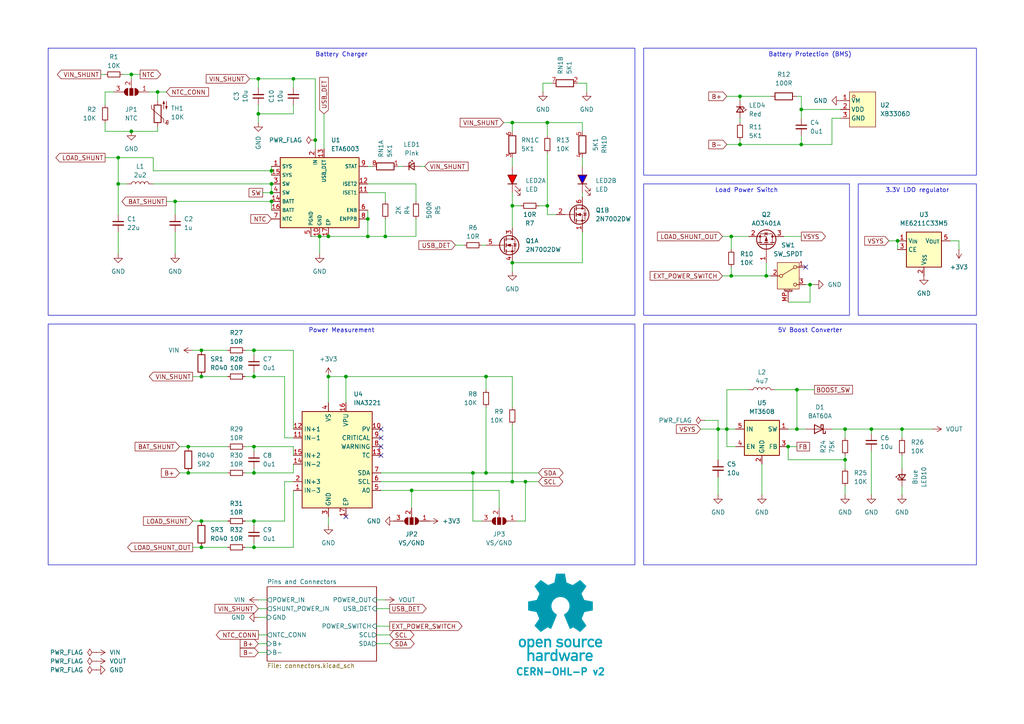
<source format=kicad_sch>
(kicad_sch (version 20231120) (generator "eeschema") (generator_version "8.0")
  (paper "A4")
  (junction (at 73.66 101.6))
  (junction (at 38.1 38.1))
  (junction (at 34.29 53.34))
  (junction (at 78.74 49.53))
  (junction (at 111.76 68.58))
  (junction (at 232.41 31.75))
  (junction (at 137.16 137.16))
  (junction (at 58.42 151.13))
  (junction (at 231.14 113.03))
  (junction (at 78.74 58.42))
  (junction (at 91.44 40.64))
  (junction (at 38.1 21.59))
  (junction (at 58.42 158.75))
  (junction (at 78.74 53.34))
  (junction (at 106.68 63.5))
  (junction (at 73.66 158.75))
  (junction (at 54.61 129.54))
  (junction (at 234.95 82.55))
  (junction (at 261.62 124.46))
  (junction (at 208.28 124.46))
  (junction (at 212.09 68.58))
  (junction (at 92.71 68.58))
  (junction (at 58.42 101.6))
  (junction (at 148.59 139.7))
  (junction (at 54.61 137.16))
  (junction (at 73.66 151.13))
  (junction (at 140.97 109.22))
  (junction (at 100.33 109.22))
  (junction (at 152.4 139.7))
  (junction (at 74.93 22.86))
  (junction (at 119.38 142.24))
  (junction (at 45.72 26.67))
  (junction (at 34.29 45.72))
  (junction (at 73.66 137.16))
  (junction (at 140.97 137.16))
  (junction (at 214.63 27.94))
  (junction (at 158.75 35.56))
  (junction (at 148.59 35.56))
  (junction (at 228.6 129.54))
  (junction (at 214.63 41.91))
  (junction (at 148.59 76.2))
  (junction (at 252.73 124.46))
  (junction (at 231.14 124.46))
  (junction (at 74.93 33.02))
  (junction (at 260.35 69.85))
  (junction (at 78.74 55.88))
  (junction (at 245.11 133.35))
  (junction (at 148.59 59.69))
  (junction (at 210.82 124.46))
  (junction (at 106.68 68.58))
  (junction (at 85.09 22.86))
  (junction (at 50.8 58.42))
  (junction (at 212.09 80.01))
  (junction (at 58.42 109.22))
  (junction (at 73.66 109.22))
  (junction (at 73.66 129.54))
  (junction (at 95.25 109.22))
  (junction (at 232.41 41.91))
  (junction (at 95.25 68.58))
  (junction (at 245.11 124.46))
  (junction (at 222.25 80.01))
  (junction (at 158.75 59.69))
  (no_connect (at 110.49 132.08))
  (no_connect (at 110.49 129.54))
  (no_connect (at 110.49 124.46))
  (no_connect (at 233.68 77.47))
  (no_connect (at 100.33 149.86))
  (no_connect (at 110.49 127))
  (wire (pts (xy 106.68 60.96) (xy 106.68 63.5)))
  (wire (pts (xy 231.14 124.46) (xy 233.68 124.46)))
  (wire (pts (xy 38.1 21.59) (xy 40.64 21.59)))
  (wire (pts (xy 106.68 55.88) (xy 111.76 55.88)))
  (wire (pts (xy 261.62 124.46) (xy 270.51 124.46)))
  (wire (pts (xy 168.91 67.31) (xy 168.91 76.2)))
  (wire (pts (xy 74.93 22.86) (xy 72.39 22.86)))
  (wire (pts (xy 82.55 151.13) (xy 73.66 151.13)))
  (wire (pts (xy 58.42 158.75) (xy 66.04 158.75)))
  (wire (pts (xy 106.68 48.26) (xy 107.95 48.26)))
  (wire (pts (xy 120.65 68.58) (xy 111.76 68.58)))
  (wire (pts (xy 52.07 137.16) (xy 54.61 137.16)))
  (wire (pts (xy 140.97 137.16) (xy 140.97 118.11)))
  (wire (pts (xy 76.2 55.88) (xy 78.74 55.88)))
  (wire (pts (xy 85.09 22.86) (xy 85.09 25.4)))
  (wire (pts (xy 227.33 68.58) (xy 232.41 68.58)))
  (wire (pts (xy 212.09 77.47) (xy 212.09 80.01)))
  (wire (pts (xy 228.6 133.35) (xy 245.11 133.35)))
  (wire (pts (xy 34.29 53.34) (xy 34.29 45.72)))
  (wire (pts (xy 148.59 35.56) (xy 148.59 38.1)))
  (wire (pts (xy 95.25 109.22) (xy 95.25 116.84)))
  (wire (pts (xy 245.11 132.08) (xy 245.11 133.35)))
  (wire (pts (xy 232.41 39.37) (xy 232.41 41.91)))
  (wire (pts (xy 58.42 151.13) (xy 66.04 151.13)))
  (wire (pts (xy 140.97 137.16) (xy 156.21 137.16)))
  (wire (pts (xy 74.93 173.99) (xy 77.47 173.99)))
  (wire (pts (xy 148.59 139.7) (xy 152.4 139.7)))
  (wire (pts (xy 106.68 53.34) (xy 120.65 53.34)))
  (wire (pts (xy 100.33 109.22) (xy 140.97 109.22)))
  (wire (pts (xy 252.73 130.81) (xy 252.73 143.51)))
  (wire (pts (xy 85.09 137.16) (xy 85.09 134.62)))
  (wire (pts (xy 74.93 22.86) (xy 74.93 25.4)))
  (wire (pts (xy 73.66 109.22) (xy 73.66 107.95)))
  (wire (pts (xy 214.63 27.94) (xy 223.52 27.94)))
  (wire (pts (xy 232.41 31.75) (xy 243.84 31.75)))
  (wire (pts (xy 91.44 22.86) (xy 85.09 22.86)))
  (wire (pts (xy 158.75 35.56) (xy 168.91 35.56)))
  (wire (pts (xy 109.22 184.15) (xy 113.03 184.15)))
  (wire (pts (xy 139.7 151.13) (xy 137.16 151.13)))
  (wire (pts (xy 232.41 41.91) (xy 241.3 41.91)))
  (wire (pts (xy 261.62 124.46) (xy 261.62 127)))
  (wire (pts (xy 95.25 68.58) (xy 106.68 68.58)))
  (wire (pts (xy 73.66 129.54) (xy 85.09 129.54)))
  (wire (pts (xy 158.75 35.56) (xy 158.75 39.37)))
  (wire (pts (xy 261.62 143.51) (xy 261.62 140.97)))
  (wire (pts (xy 261.62 132.08) (xy 261.62 135.89)))
  (wire (pts (xy 38.1 38.1) (xy 45.72 38.1)))
  (wire (pts (xy 78.74 58.42) (xy 78.74 60.96)))
  (wire (pts (xy 228.6 129.54) (xy 228.6 133.35)))
  (wire (pts (xy 241.3 124.46) (xy 245.11 124.46)))
  (wire (pts (xy 91.44 40.64) (xy 91.44 43.18)))
  (wire (pts (xy 232.41 27.94) (xy 232.41 31.75)))
  (wire (pts (xy 210.82 27.94) (xy 214.63 27.94)))
  (wire (pts (xy 100.33 109.22) (xy 95.25 109.22)))
  (wire (pts (xy 110.49 137.16) (xy 137.16 137.16)))
  (wire (pts (xy 231.14 124.46) (xy 228.6 124.46)))
  (wire (pts (xy 203.2 124.46) (xy 208.28 124.46)))
  (wire (pts (xy 148.59 59.69) (xy 148.59 66.04)))
  (wire (pts (xy 212.09 68.58) (xy 217.17 68.58)))
  (wire (pts (xy 73.66 109.22) (xy 82.55 109.22)))
  (wire (pts (xy 241.3 41.91) (xy 241.3 34.29)))
  (wire (pts (xy 82.55 127) (xy 82.55 109.22)))
  (wire (pts (xy 210.82 41.91) (xy 214.63 41.91)))
  (wire (pts (xy 234.95 87.63) (xy 234.95 82.55)))
  (wire (pts (xy 110.49 139.7) (xy 148.59 139.7)))
  (wire (pts (xy 224.79 113.03) (xy 231.14 113.03)))
  (wire (pts (xy 54.61 137.16) (xy 66.04 137.16)))
  (wire (pts (xy 157.48 26.67) (xy 157.48 24.13)))
  (wire (pts (xy 167.64 24.13) (xy 170.18 24.13)))
  (wire (pts (xy 71.12 137.16) (xy 73.66 137.16)))
  (wire (pts (xy 132.08 71.12) (xy 134.62 71.12)))
  (wire (pts (xy 35.56 21.59) (xy 38.1 21.59)))
  (wire (pts (xy 85.09 142.24) (xy 85.09 158.75)))
  (wire (pts (xy 209.55 80.01) (xy 212.09 80.01)))
  (wire (pts (xy 149.86 151.13) (xy 152.4 151.13)))
  (wire (pts (xy 170.18 24.13) (xy 170.18 26.67)))
  (wire (pts (xy 137.16 137.16) (xy 137.16 151.13)))
  (wire (pts (xy 157.48 24.13) (xy 160.02 24.13)))
  (wire (pts (xy 148.59 118.11) (xy 148.59 109.22)))
  (wire (pts (xy 73.66 101.6) (xy 73.66 102.87)))
  (wire (pts (xy 109.22 186.69) (xy 113.03 186.69)))
  (wire (pts (xy 55.88 109.22) (xy 58.42 109.22)))
  (wire (pts (xy 222.25 80.01) (xy 222.25 76.2)))
  (wire (pts (xy 212.09 68.58) (xy 212.09 72.39)))
  (wire (pts (xy 111.76 55.88) (xy 111.76 58.42)))
  (wire (pts (xy 74.93 186.69) (xy 77.47 186.69)))
  (wire (pts (xy 208.28 121.92) (xy 208.28 124.46)))
  (wire (pts (xy 58.42 101.6) (xy 66.04 101.6)))
  (wire (pts (xy 50.8 67.31) (xy 50.8 73.66)))
  (wire (pts (xy 85.09 124.46) (xy 85.09 101.6)))
  (wire (pts (xy 232.41 31.75) (xy 232.41 34.29)))
  (wire (pts (xy 91.44 22.86) (xy 91.44 40.64)))
  (wire (pts (xy 115.57 48.26) (xy 116.84 48.26)))
  (wire (pts (xy 214.63 40.64) (xy 214.63 41.91)))
  (wire (pts (xy 156.21 59.69) (xy 158.75 59.69)))
  (wire (pts (xy 74.93 189.23) (xy 77.47 189.23)))
  (wire (pts (xy 119.38 142.24) (xy 144.78 142.24)))
  (wire (pts (xy 260.35 69.85) (xy 260.35 72.39)))
  (wire (pts (xy 50.8 62.23) (xy 50.8 58.42)))
  (wire (pts (xy 210.82 124.46) (xy 213.36 124.46)))
  (wire (pts (xy 137.16 137.16) (xy 140.97 137.16)))
  (wire (pts (xy 74.93 176.53) (xy 77.47 176.53)))
  (wire (pts (xy 34.29 53.34) (xy 34.29 62.23)))
  (wire (pts (xy 210.82 129.54) (xy 210.82 124.46)))
  (wire (pts (xy 85.09 129.54) (xy 85.09 132.08)))
  (wire (pts (xy 30.48 38.1) (xy 38.1 38.1)))
  (wire (pts (xy 111.76 63.5) (xy 111.76 68.58)))
  (wire (pts (xy 50.8 58.42) (xy 78.74 58.42)))
  (wire (pts (xy 148.59 45.72) (xy 148.59 48.26)))
  (wire (pts (xy 119.38 142.24) (xy 119.38 147.32)))
  (wire (pts (xy 73.66 129.54) (xy 73.66 130.81)))
  (wire (pts (xy 111.76 68.58) (xy 106.68 68.58)))
  (wire (pts (xy 168.91 55.88) (xy 168.91 57.15)))
  (wire (pts (xy 148.59 59.69) (xy 151.13 59.69)))
  (wire (pts (xy 71.12 129.54) (xy 73.66 129.54)))
  (wire (pts (xy 55.88 151.13) (xy 58.42 151.13)))
  (wire (pts (xy 245.11 124.46) (xy 245.11 127)))
  (wire (pts (xy 208.28 124.46) (xy 210.82 124.46)))
  (wire (pts (xy 30.48 45.72) (xy 34.29 45.72)))
  (wire (pts (xy 222.25 80.01) (xy 223.52 80.01)))
  (wire (pts (xy 90.17 68.58) (xy 92.71 68.58)))
  (wire (pts (xy 228.6 129.54) (xy 231.14 129.54)))
  (wire (pts (xy 93.98 33.02) (xy 93.98 43.18)))
  (wire (pts (xy 236.22 82.55) (xy 234.95 82.55)))
  (wire (pts (xy 95.25 149.86) (xy 95.25 152.4)))
  (wire (pts (xy 109.22 181.61) (xy 113.03 181.61)))
  (wire (pts (xy 30.48 26.67) (xy 33.02 26.67)))
  (wire (pts (xy 204.47 121.92) (xy 208.28 121.92)))
  (wire (pts (xy 30.48 30.48) (xy 30.48 26.67)))
  (wire (pts (xy 208.28 133.35) (xy 208.28 124.46)))
  (wire (pts (xy 275.59 69.85) (xy 278.13 69.85)))
  (wire (pts (xy 148.59 55.88) (xy 148.59 59.69)))
  (wire (pts (xy 38.1 21.59) (xy 38.1 22.86)))
  (wire (pts (xy 210.82 113.03) (xy 210.82 124.46)))
  (wire (pts (xy 152.4 139.7) (xy 156.21 139.7)))
  (wire (pts (xy 43.18 26.67) (xy 45.72 26.67)))
  (wire (pts (xy 45.72 38.1) (xy 45.72 36.83)))
  (wire (pts (xy 45.72 26.67) (xy 45.72 29.21)))
  (wire (pts (xy 231.14 113.03) (xy 236.22 113.03)))
  (wire (pts (xy 73.66 137.16) (xy 85.09 137.16)))
  (wire (pts (xy 109.22 176.53) (xy 113.03 176.53)))
  (wire (pts (xy 54.61 129.54) (xy 66.04 129.54)))
  (wire (pts (xy 110.49 142.24) (xy 119.38 142.24)))
  (wire (pts (xy 44.45 49.53) (xy 78.74 49.53)))
  (wire (pts (xy 30.48 21.59) (xy 29.21 21.59)))
  (wire (pts (xy 252.73 125.73) (xy 252.73 124.46)))
  (wire (pts (xy 158.75 62.23) (xy 161.29 62.23)))
  (wire (pts (xy 92.71 68.58) (xy 95.25 68.58)))
  (wire (pts (xy 55.88 101.6) (xy 58.42 101.6)))
  (wire (pts (xy 214.63 34.29) (xy 214.63 35.56)))
  (wire (pts (xy 146.05 35.56) (xy 148.59 35.56)))
  (wire (pts (xy 74.93 33.02) (xy 74.93 35.56)))
  (wire (pts (xy 232.41 27.94) (xy 231.14 27.94)))
  (wire (pts (xy 44.45 49.53) (xy 44.45 45.72)))
  (wire (pts (xy 241.3 34.29) (xy 243.84 34.29)))
  (wire (pts (xy 121.92 48.26) (xy 123.19 48.26)))
  (wire (pts (xy 111.76 173.99) (xy 109.22 173.99)))
  (wire (pts (xy 168.91 76.2) (xy 148.59 76.2)))
  (wire (pts (xy 85.09 101.6) (xy 73.66 101.6)))
  (wire (pts (xy 74.93 179.07) (xy 77.47 179.07)))
  (wire (pts (xy 148.59 76.2) (xy 148.59 78.74)))
  (wire (pts (xy 257.81 69.85) (xy 260.35 69.85)))
  (wire (pts (xy 30.48 35.56) (xy 30.48 38.1)))
  (wire (pts (xy 100.33 109.22) (xy 100.33 116.84)))
  (wire (pts (xy 48.26 58.42) (xy 50.8 58.42)))
  (wire (pts (xy 78.74 53.34) (xy 78.74 55.88)))
  (wire (pts (xy 71.12 101.6) (xy 73.66 101.6)))
  (wire (pts (xy 245.11 124.46) (xy 252.73 124.46)))
  (wire (pts (xy 73.66 135.89) (xy 73.66 137.16)))
  (wire (pts (xy 82.55 139.7) (xy 85.09 139.7)))
  (wire (pts (xy 55.88 158.75) (xy 58.42 158.75)))
  (wire (pts (xy 44.45 53.34) (xy 78.74 53.34)))
  (wire (pts (xy 234.95 82.55) (xy 233.68 82.55)))
  (wire (pts (xy 214.63 27.94) (xy 214.63 29.21)))
  (wire (pts (xy 213.36 129.54) (xy 210.82 129.54)))
  (wire (pts (xy 158.75 62.23) (xy 158.75 59.69)))
  (wire (pts (xy 148.59 35.56) (xy 158.75 35.56)))
  (wire (pts (xy 78.74 48.26) (xy 78.74 49.53)))
  (wire (pts (xy 73.66 151.13) (xy 73.66 152.4)))
  (wire (pts (xy 208.28 138.43) (xy 208.28 143.51)))
  (wire (pts (xy 214.63 41.91) (xy 232.41 41.91)))
  (wire (pts (xy 78.74 49.53) (xy 78.74 50.8)))
  (wire (pts (xy 106.68 63.5) (xy 106.68 68.58)))
  (wire (pts (xy 36.83 53.34) (xy 34.29 53.34)))
  (wire (pts (xy 85.09 127) (xy 82.55 127)))
  (wire (pts (xy 158.75 44.45) (xy 158.75 59.69)))
  (wire (pts (xy 245.11 140.97) (xy 245.11 143.51)))
  (wire (pts (xy 168.91 45.72) (xy 168.91 48.26)))
  (wire (pts (xy 168.91 38.1) (xy 168.91 35.56)))
  (wire (pts (xy 228.6 87.63) (xy 234.95 87.63)))
  (wire (pts (xy 120.65 53.34) (xy 120.65 58.42)))
  (wire (pts (xy 71.12 109.22) (xy 73.66 109.22)))
  (wire (pts (xy 34.29 45.72) (xy 44.45 45.72)))
  (wire (pts (xy 85.09 30.48) (xy 85.09 33.02)))
  (wire (pts (xy 45.72 26.67) (xy 48.26 26.67)))
  (wire (pts (xy 71.12 158.75) (xy 73.66 158.75)))
  (wire (pts (xy 85.09 33.02) (xy 74.93 33.02)))
  (wire (pts (xy 58.42 109.22) (xy 66.04 109.22)))
  (wire (pts (xy 152.4 151.13) (xy 152.4 139.7)))
  (wire (pts (xy 220.98 134.62) (xy 220.98 143.51)))
  (wire (pts (xy 210.82 113.03) (xy 217.17 113.03)))
  (wire (pts (xy 74.93 30.48) (xy 74.93 33.02)))
  (wire (pts (xy 139.7 71.12) (xy 140.97 71.12)))
  (wire (pts (xy 231.14 113.03) (xy 231.14 124.46)))
  (wire (pts (xy 209.55 68.58) (xy 212.09 68.58)))
  (wire (pts (xy 278.13 69.85) (xy 278.13 72.39)))
  (wire (pts (xy 73.66 157.48) (xy 73.66 158.75)))
  (wire (pts (xy 148.59 123.19) (xy 148.59 139.7)))
  (wire (pts (xy 140.97 109.22) (xy 148.59 109.22)))
  (wire (pts (xy 140.97 113.03) (xy 140.97 109.22)))
  (wire (pts (xy 92.71 68.58) (xy 92.71 73.66)))
  (wire (pts (xy 120.65 63.5) (xy 120.65 68.58)))
  (wire (pts (xy 71.12 151.13) (xy 73.66 151.13)))
  (wire (pts (xy 212.09 80.01) (xy 222.25 80.01)))
  (wire (pts (xy 252.73 124.46) (xy 261.62 124.46)))
  (wire (pts (xy 73.66 158.75) (xy 85.09 158.75)))
  (wire (pts (xy 245.11 133.35) (xy 245.11 135.89)))
  (wire (pts (xy 52.07 129.54) (xy 54.61 129.54)))
  (wire (pts (xy 144.78 147.32) (xy 144.78 142.24)))
  (wire (pts (xy 34.29 67.31) (xy 34.29 73.66)))
  (wire (pts (xy 82.55 139.7) (xy 82.55 151.13)))
  (wire (pts (xy 85.09 22.86) (xy 74.93 22.86)))
  (wire (pts (xy 74.93 184.15) (xy 77.47 184.15)))
  (image (at 162.56 179.07) (scale 0.37481))
  (text_box "3.3V LDO regulator" (at 248.92 53.34 0) (size 34.29 38.1) (effects (font (size 1.27 1.27)) (justify top)))
  (text_box "5V Boost Converter" (at 186.69 93.98 0) (size 96.52 69.85) (effects (font (size 1.27 1.27)) (justify top)))
  (text_box "Battery Protection (BMS)" (at 186.69 13.97 0) (size 96.52 36.83) (effects (font (size 1.27 1.27)) (justify top)))
  (text_box "Battery Charger" (at 13.97 13.97 0) (size 170.18 77.47) (effects (font (size 1.27 1.27)) (justify top)))
  (text_box "Power Measurement" (at 13.97 93.98 0) (size 170.18 69.85) (effects (font (size 1.27 1.27)) (justify top)))
  (text_box "Load Power Switch" (at 186.69 53.34 0) (size 59.69 38.1) (effects (font (size 1.27 1.27)) (justify top)))
  (text "CERN-OHL-P v2" (at 162.56 195.072 0) (effects (font (size 2 2) (thickness 0.4) (bold yes))))
  (global_label "LOAD_SHUNT_OUT" (shape input) (at 209.55 68.58 180) (property "Intersheetrefs" "${INTERSHEET_REFS}" (effects (hide yes))))
  (global_label "VIN_SHUNT" (shape input) (at 72.39 22.86 180) (property "Intersheetrefs" "${INTERSHEET_REFS}" (effects (hide yes))))
  (global_label "FB" (shape passive) (at 231.14 129.54 0) (property "Intersheetrefs" "${INTERSHEET_REFS}" (effects (hide yes))))
  (global_label "VSYS" (shape input) (at 203.2 124.46 180) (property "Intersheetrefs" "${INTERSHEET_REFS}" (effects (hide yes))))
  (global_label "LOAD_SHUNT" (shape output) (at 30.48 45.72 180) (property "Intersheetrefs" "${INTERSHEET_REFS}" (effects (hide yes))))
  (global_label "VSYS" (shape output) (at 232.41 68.58 0) (property "Intersheetrefs" "${INTERSHEET_REFS}" (effects (hide yes))))
  (global_label "BOOST_SW" (shape passive) (at 236.22 113.03 0) (property "Intersheetrefs" "${INTERSHEET_REFS}" (effects (hide yes))))
  (global_label "B-" (shape input) (at 74.93 189.23 180) (property "Intersheetrefs" "${INTERSHEET_REFS}" (effects (hide yes))))
  (global_label "NTC" (shape output) (at 40.64 21.59 0) (property "Intersheetrefs" "${INTERSHEET_REFS}" (effects (hide yes))))
  (global_label "USB_DET" (shape input) (at 132.08 71.12 180) (property "Intersheetrefs" "${INTERSHEET_REFS}" (effects (hide yes))))
  (global_label "B+" (shape input) (at 74.93 186.69 180) (property "Intersheetrefs" "${INTERSHEET_REFS}" (effects (hide yes))))
  (global_label "BAT_SHUNT" (shape output) (at 48.26 58.42 180) (property "Intersheetrefs" "${INTERSHEET_REFS}" (effects (hide yes))))
  (global_label "EXT_POWER_SWITCH" (shape output) (at 113.03 181.61 0) (property "Intersheetrefs" "${INTERSHEET_REFS}" (effects (hide yes))))
  (global_label "USB_DET" (shape output) (at 113.03 176.53 0) (property "Intersheetrefs" "${INTERSHEET_REFS}" (effects (hide yes))))
  (global_label "NTC" (shape input) (at 78.74 63.5 180) (property "Intersheetrefs" "${INTERSHEET_REFS}" (effects (hide yes))))
  (global_label "VIN_SHUNT" (shape output) (at 55.88 109.22 180) (property "Intersheetrefs" "${INTERSHEET_REFS}" (effects (hide yes))))
  (global_label "B+" (shape input) (at 52.07 137.16 180) (property "Intersheetrefs" "${INTERSHEET_REFS}" (effects (hide yes))))
  (global_label "VSYS" (shape input) (at 257.81 69.85 180) (property "Intersheetrefs" "${INTERSHEET_REFS}" (effects (hide yes))))
  (global_label "USB_DET" (shape input) (at 93.98 33.02 90) (property "Intersheetrefs" "${INTERSHEET_REFS}" (effects (hide yes))))
  (global_label "SCL" (shape bidirectional) (at 113.03 184.15 0) (property "Intersheetrefs" "${INTERSHEET_REFS}" (effects (hide yes))))
  (global_label "SDA" (shape bidirectional) (at 113.03 186.69 0) (property "Intersheetrefs" "${INTERSHEET_REFS}" (effects (hide yes))))
  (global_label "NTC_CONN" (shape output) (at 74.93 184.15 180) (property "Intersheetrefs" "${INTERSHEET_REFS}" (effects (hide yes))))
  (global_label "BAT_SHUNT" (shape input) (at 52.07 129.54 180) (property "Intersheetrefs" "${INTERSHEET_REFS}" (effects (hide yes))))
  (global_label "NTC_CONN" (shape input) (at 48.26 26.67 0) (property "Intersheetrefs" "${INTERSHEET_REFS}" (effects (hide yes))))
  (global_label "SW" (shape passive) (at 76.2 55.88 180) (property "Intersheetrefs" "${INTERSHEET_REFS}" (effects (hide yes))))
  (global_label "SCL" (shape bidirectional) (at 156.21 139.7 0) (property "Intersheetrefs" "${INTERSHEET_REFS}" (effects (hide yes))))
  (global_label "B+" (shape input) (at 210.82 27.94 180) (property "Intersheetrefs" "${INTERSHEET_REFS}" (effects (hide yes))))
  (global_label "VIN_SHUNT" (shape input) (at 123.19 48.26 0) (property "Intersheetrefs" "${INTERSHEET_REFS}" (effects (hide yes))))
  (global_label "SDA" (shape bidirectional) (at 156.21 137.16 0) (property "Intersheetrefs" "${INTERSHEET_REFS}" (effects (hide yes))))
  (global_label "B-" (shape input) (at 210.82 41.91 180) (property "Intersheetrefs" "${INTERSHEET_REFS}" (effects (hide yes))))
  (global_label "EXT_POWER_SWITCH" (shape input) (at 209.55 80.01 180) (property "Intersheetrefs" "${INTERSHEET_REFS}" (effects (hide yes))))
  (global_label "VIN_SHUNT" (shape input) (at 146.05 35.56 180) (property "Intersheetrefs" "${INTERSHEET_REFS}" (effects (hide yes))))
  (global_label "VIN_SHUNT" (shape output) (at 29.21 21.59 180) (property "Intersheetrefs" "${INTERSHEET_REFS}" (effects (hide yes))))
  (global_label "LOAD_SHUNT_OUT" (shape output) (at 55.88 158.75 180) (property "Intersheetrefs" "${INTERSHEET_REFS}" (effects (hide yes))))
  (global_label "LOAD_SHUNT" (shape input) (at 55.88 151.13 180) (property "Intersheetrefs" "${INTERSHEET_REFS}" (effects (hide yes))))
  (global_label "VIN_SHUNT" (shape input) (at 74.93 176.53 180) (property "Intersheetrefs" "${INTERSHEET_REFS}" (effects (hide yes))))
  (symbol (lib_id "custom:SW_SPDT_MountingPin") (at 228.6 80.01 0) (unit 1)
    (property "Reference" "SW1" (at 228.6 71.12 0))
    (property "Value" "SW_SPDT" (at 228.6 73.66 0))
    (property "Footprint" "lcsc:SW-SMD_3P-P1.50_L2.7-W6.6" (effects (hide yes)))
    (property "Description" "Switch, single pole double throw" (effects (hide yes)))
  )
  (symbol (lib_id "Device:L") (at 40.64 53.34 90) (unit 1)
    (property "Reference" "L1" (at 40.64 48.26 90))
    (property "Value" "2u2" (at 40.64 50.8 90))
    (property "Footprint" "Inductor_SMD:L_1210_3225Metric" (effects (hide yes)))
    (property "Description" "Inductor" (effects (hide yes)))
  )
  (symbol (lib_id "power:GND") (at 208.28 143.51 0) (unit 1)
    (property "Reference" "#PWR016" (effects (hide yes)))
    (property "Value" "GND" (at 208.28 148.59 0))
    (property "Description" "Power symbol creates a global label with name \"GND\" , ground" (effects (hide yes)))
  )
  (symbol (lib_id "Device:R_Small") (at 30.48 33.02 0) (mirror x) (unit 1)
    (property "Reference" "R2" (at 27.94 31.7499 0) (effects (justify right)))
    (property "Value" "10K" (at 27.94 34.2899 0) (effects (justify right)))
    (property "Footprint" "custom:R_0402_1005Metric_simple" (effects (hide yes)))
    (property "Description" "Resistor, small symbol" (effects (hide yes)))
    (property "LCSC Part" "C25804" (effects (hide yes)))
  )
  (symbol (lib_id "power:GND") (at 95.25 152.4 0) (unit 1)
    (property "Reference" "#PWR013" (effects (hide yes)))
    (property "Value" "GND" (at 95.25 157.48 0))
    (property "Description" "Power symbol creates a global label with name \"GND\" , ground" (effects (hide yes)))
  )
  (symbol (lib_id "power:+5V") (at 270.51 124.46 270) (unit 1)
    (property "Reference" "#PWR024" (effects (hide yes)))
    (property "Value" "VOUT" (at 274.32 124.4599 90) (effects (justify left)))
    (property "Description" "Power symbol creates a global label with name \"+5V\"" (effects (hide yes)))
  )
  (symbol (lib_id "Device:R_Pack04_Split") (at 168.91 41.91 0) (unit 4)
    (property "Reference" "RN1" (at 175.26 41.91 90))
    (property "Value" "5K1" (at 172.72 41.91 90))
    (property "Footprint" "Resistor_SMD:R_Array_Convex_4x0402" (effects (hide yes)))
    (property "Description" "4 resistor network, parallel topology, split" (effects (hide yes)))
    (property "LCSC Part" "C2991336" (effects (hide yes)))
  )
  (symbol (lib_id "power:VCC") (at 55.88 101.6 90) (unit 1)
    (property "Reference" "#PWR011" (effects (hide yes)))
    (property "Value" "VIN" (at 52.07 101.5999 90) (effects (justify left)))
    (property "Description" "Power symbol creates a global label with name \"VCC\"" (effects (hide yes)))
  )
  (symbol (lib_id "Device:LED_Small") (at 119.38 48.26 0) (unit 1)
    (property "Reference" "LED1" (at 119.4435 41.91 0))
    (property "Value" "Pink" (at 119.4435 44.45 0))
    (property "Footprint" "custom:LED_0603_1608Metric_Pad1.05x0.95mm_HandSolder_simple" (effects (hide yes)))
    (property "Description" "Light emitting diode, small symbol" (effects (hide yes)))
  )
  (symbol (lib_id "Device:LED_Small") (at 214.63 31.75 270) (unit 1)
    (property "Reference" "LED4" (at 217.17 30.5434 90) (effects (justify left)))
    (property "Value" "Red" (at 217.17 33.0834 90) (effects (justify left)))
    (property "Footprint" "custom:LED_0603_1608Metric_Pad1.05x0.95mm_HandSolder_simple" (effects (hide yes)))
    (property "Description" "Light emitting diode, small symbol" (effects (hide yes)))
    (property "LCSC Part" "C2286" (effects (hide yes)))
  )
  (symbol (lib_id "Device:C_Small") (at 73.66 105.41 0) (unit 1)
    (property "Reference" "C7" (at 76.2 104.1462 0) (effects (justify left)))
    (property "Value" "0u1" (at 76.2 106.6862 0) (effects (justify left)))
    (property "Footprint" "custom:C_0402_1005Metric_simple" (effects (hide yes)))
    (property "Description" "Unpolarized capacitor, small symbol" (effects (hide yes)))
    (property "LCSC Part" "C1525" (effects (hide yes)))
  )
  (symbol (lib_id "power:PWR_FLAG") (at 91.44 40.64 90) (unit 1)
    (property "Reference" "#FLG04" (effects (hide yes)))
    (property "Value" "PWR_FLAG" (at 87.63 40.6399 90) (effects (justify left)))
    (property "Description" "Special symbol for telling ERC where power comes from" (effects (hide yes)))
  )
  (symbol (lib_id "Device:R_Small") (at 68.58 129.54 90) (unit 1)
    (property "Reference" "R29" (at 68.58 124.46 90))
    (property "Value" "10R" (at 68.58 127 90))
    (property "Footprint" "custom:R_0402_1005Metric_simple" (effects (hide yes)))
    (property "Description" "Resistor, small symbol" (effects (hide yes)))
    (property "LCSC Part" "C25077" (effects (hide yes)))
  )
  (symbol (lib_id "power:VCC") (at 74.93 173.99 90) (unit 1)
    (property "Reference" "#PWR025" (effects (hide yes)))
    (property "Value" "VIN" (at 71.12 173.9899 90) (effects (justify left)))
    (property "Description" "Power symbol creates a global label with name \"VCC\"" (effects (hide yes)))
  )
  (symbol (lib_id "Device:C_Small") (at 208.28 135.89 0) (unit 1)
    (property "Reference" "C5" (at 210.82 134.6262 0) (effects (justify left)))
    (property "Value" "10u" (at 210.82 137.1662 0) (effects (justify left)))
    (property "Footprint" "custom:C_0603_1608Metric_Pad1.08x0.95mm_HandSolder" (effects (hide yes)))
    (property "Description" "Unpolarized capacitor, small symbol" (effects (hide yes)))
  )
  (symbol (lib_id "power:GND") (at 38.1 38.1 0) (unit 1)
    (property "Reference" "#PWR03" (effects (hide yes)))
    (property "Value" "GND" (at 38.1 43.18 0))
    (property "Description" "Power symbol creates a global label with name \"GND\" , ground" (effects (hide yes)))
  )
  (symbol (lib_id "Device:R_Small") (at 153.67 59.69 90) (mirror x) (unit 1)
    (property "Reference" "R7" (at 153.67 64.77 90))
    (property "Value" "10R" (at 153.67 62.23 90))
    (property "Footprint" "custom:R_0402_1005Metric_simple" (effects (hide yes)))
    (property "Description" "Resistor, small symbol" (effects (hide yes)))
    (property "LCSC Part" "C25077" (effects (hide yes)))
  )
  (symbol (lib_id "power:VCC") (at 278.13 72.39 180) (unit 1)
    (property "Reference" "#PWR026" (effects (hide yes)))
    (property "Value" "+3V3" (at 278.13 77.47 0))
    (property "Description" "Power symbol creates a global label with name \"VCC\"" (effects (hide yes)))
  )
  (symbol (lib_id "Device:R_Small") (at 68.58 137.16 90) (unit 1)
    (property "Reference" "R30" (at 68.58 132.08 90))
    (property "Value" "10R" (at 68.58 134.62 90))
    (property "Footprint" "custom:R_0402_1005Metric_simple" (effects (hide yes)))
    (property "Description" "Resistor, small symbol" (effects (hide yes)))
    (property "LCSC Part" "C25077" (effects (hide yes)))
  )
  (symbol (lib_id "Device:C_Small") (at 73.66 133.35 0) (unit 1)
    (property "Reference" "C8" (at 76.2 132.0862 0) (effects (justify left)))
    (property "Value" "0u1" (at 76.2 134.6262 0) (effects (justify left)))
    (property "Footprint" "custom:C_0402_1005Metric_simple" (effects (hide yes)))
    (property "Description" "Unpolarized capacitor, small symbol" (effects (hide yes)))
    (property "LCSC Part" "C1525" (effects (hide yes)))
  )
  (symbol (lib_id "power:GND") (at 267.97 80.01 0) (unit 1)
    (property "Reference" "#PWR010" (effects (hide yes)))
    (property "Value" "GND" (at 267.97 85.09 0))
    (property "Description" "Power symbol creates a global label with name \"GND\" , ground" (effects (hide yes)))
  )
  (symbol (lib_id "Device:R_Small") (at 214.63 38.1 0) (unit 1)
    (property "Reference" "R11" (at 217.17 36.8299 0) (effects (justify left)))
    (property "Value" "5K1" (at 217.17 39.3699 0) (effects (justify left)))
    (property "Footprint" "custom:R_0402_1005Metric_simple" (effects (hide yes)))
    (property "Description" "Resistor, small symbol" (effects (hide yes)))
    (property "LCSC Part" "C25905" (effects (hide yes)))
  )
  (symbol (lib_id "power:+5V") (at 111.76 173.99 270) (unit 1)
    (property "Reference" "#PWR015" (effects (hide yes)))
    (property "Value" "VOUT" (at 115.57 173.9899 90) (effects (justify left)))
    (property "Description" "Power symbol creates a global label with name \"+5V\"" (effects (hide yes)))
  )
  (symbol (lib_id "Device:R") (at 227.33 27.94 270) (mirror x) (unit 1)
    (property "Reference" "R12" (at 227.33 21.59 90))
    (property "Value" "100R" (at 227.33 24.13 90))
    (property "Footprint" "custom:R_0402_1005Metric_simple" (effects (hide yes)))
    (property "Description" "Resistor" (effects (hide yes)))
    (property "LCSC Part" "C25076" (effects (hide yes)))
  )
  (symbol (lib_id "Jumper:SolderJumper_3_Open") (at 119.38 151.13 180) (unit 1) (exclude_from_sim yes) (in_bom no)
    (property "Reference" "JP2" (at 119.38 154.94 0))
    (property "Value" "VS/GND" (at 119.38 157.48 0))
    (property "Footprint" "custom:SolderJumper-3_P1.0mm_Open_RoundedPad_simple" (effects (hide yes)))
    (property "Description" "Solder Jumper, 3-pole, open" (effects (hide yes)))
  )
  (symbol (lib_id "power:GND") (at 92.71 73.66 0) (unit 1)
    (property "Reference" "#PWR06" (effects (hide yes)))
    (property "Value" "GND" (at 92.71 78.74 0))
    (property "Description" "Power symbol creates a global label with name \"GND\" , ground" (effects (hide yes)))
  )
  (symbol (lib_id "Device:R_Small") (at 148.59 120.65 0) (mirror y) (unit 1)
    (property "Reference" "R9" (at 146.05 119.3799 0) (effects (justify left)))
    (property "Value" "10K" (at 146.05 121.9199 0) (effects (justify left)))
    (property "Footprint" "custom:R_0402_1005Metric_simple" (effects (hide yes)))
    (property "Description" "Resistor, small symbol" (effects (hide yes)))
    (property "LCSC Part" "C25804" (effects (hide yes)))
  )
  (symbol (lib_id "lcsc:E6C0805RQBC2UDA") (at 168.91 52.07 90) (unit 2)
    (property "Reference" "LED2" (at 172.72 52.3874 90) (effects (justify right)))
    (property "Value" "LED" (at 172.72 54.9274 90) (effects (justify right)))
    (property "Footprint" "lcsc:LED-ARRAY-SMD_4P-L2.0-W1.3-RD" (effects (hide yes)))
    (property "Datasheet" "https://wmsc.lcsc.com/wmsc/upload/file/pdf/v2/lcsc/2203301730_EKINGLUX-E6C0805RQBC2UDA_C375547.pdf" (effects (hide yes)))
    (property "Description" "Dual light emitting diodes, red and blue" (effects (hide yes)))
    (property "LCSC Part" "C375547" (effects (hide yes)))
  )
  (symbol (lib_id "power:PWR_FLAG") (at 27.94 191.77 90) (unit 1)
    (property "Reference" "#FLG02" (effects (hide yes)))
    (property "Value" "PWR_FLAG" (at 24.13 191.7699 90) (effects (justify left)))
    (property "Description" "Special symbol for telling ERC where power comes from" (effects (hide yes)))
  )
  (symbol (lib_id "power:GND") (at 50.8 73.66 0) (unit 1)
    (property "Reference" "#PWR02" (effects (hide yes)))
    (property "Value" "GND" (at 50.8 78.74 0))
    (property "Description" "Power symbol creates a global label with name \"GND\" , ground" (effects (hide yes)))
  )
  (symbol (lib_id "Device:R") (at 54.61 133.35 0) (mirror x) (unit 1)
    (property "Reference" "SR2" (at 57.15 134.6201 0) (effects (justify left)))
    (property "Value" "R040" (at 57.15 132.0801 0) (effects (justify left)))
    (property "Footprint" "Resistor_SMD:R_2512_6332Metric_Pad1.40x3.35mm_HandSolder" (effects (hide yes)))
    (property "Description" "Resistor" (effects (hide yes)))
  )
  (symbol (lib_id "power:GND") (at 74.93 179.07 270) (unit 1)
    (property "Reference" "#PWR05" (effects (hide yes)))
    (property "Value" "GND" (at 71.12 179.0699 90) (effects (justify right)))
    (property "Description" "Power symbol creates a global label with name \"GND\" , ground" (effects (hide yes)))
  )
  (symbol (lib_id "Device:R_Small") (at 33.02 21.59 270) (unit 1)
    (property "Reference" "R1" (at 33.02 16.51 90))
    (property "Value" "10K" (at 33.02 19.05 90))
    (property "Footprint" "custom:R_0402_1005Metric_simple" (effects (hide yes)))
    (property "Description" "Resistor, small symbol" (effects (hide yes)))
    (property "LCSC Part" "C25804" (effects (hide yes)))
  )
  (symbol (lib_id "Device:R_Small") (at 212.09 74.93 0) (unit 1)
    (property "Reference" "R10" (at 214.63 73.6599 0) (effects (justify left)))
    (property "Value" "10K" (at 214.63 76.1999 0) (effects (justify left)))
    (property "Footprint" "custom:R_0402_1005Metric_simple" (effects (hide yes)))
    (property "Description" "Resistor, small symbol" (effects (hide yes)))
    (property "LCSC Part" "C25804" (effects (hide yes)))
  )
  (symbol (lib_id "Device:C_Small") (at 73.66 154.94 0) (unit 1)
    (property "Reference" "C9" (at 76.2 153.6762 0) (effects (justify left)))
    (property "Value" "0u1" (at 76.2 156.2162 0) (effects (justify left)))
    (property "Footprint" "custom:C_0402_1005Metric_simple" (effects (hide yes)))
    (property "Description" "Unpolarized capacitor, small symbol" (effects (hide yes)))
    (property "LCSC Part" "C1525" (effects (hide yes)))
  )
  (symbol (lib_id "Device:R_Small") (at 68.58 109.22 90) (unit 1)
    (property "Reference" "R28" (at 68.58 104.14 90))
    (property "Value" "10R" (at 68.58 106.68 90))
    (property "Footprint" "custom:R_0402_1005Metric_simple" (effects (hide yes)))
    (property "Description" "Resistor, small symbol" (effects (hide yes)))
    (property "LCSC Part" "C25077" (effects (hide yes)))
  )
  (symbol (lib_id "power:GND") (at 27.94 194.31 90) (unit 1)
    (property "Reference" "#PWR021" (effects (hide yes)))
    (property "Value" "GND" (at 31.75 194.31 90) (effects (justify right)))
    (property "Description" "Power symbol creates a global label with name \"GND\" , ground" (effects (hide yes)))
  )
  (symbol (lib_id "lcsc:2N7002DW") (at 146.05 71.12 0) (unit 1)
    (property "Reference" "Q1" (at 152.4 69.8499 0) (effects (justify left)))
    (property "Value" "2N7002DW" (at 152.4 72.3899 0) (effects (justify left)))
    (property "Footprint" "custom:SOT-23-6_trimmed-pads_simple" (effects (hide yes)))
    (property "Datasheet" "https://www.onsemi.com/download/data-sheet/pdf/2n7002dw-d.pdf" (effects (hide yes)))
    (property "Description" "0.115A Id, 60V Vds, Dual N-Channel MOSFET, SOT-23-6" (effects (hide yes)))
  )
  (symbol (lib_id "Device:R_Small") (at 140.97 115.57 0) (mirror y) (unit 1)
    (property "Reference" "R8" (at 138.43 114.2999 0) (effects (justify left)))
    (property "Value" "10K" (at 138.43 116.8399 0) (effects (justify left)))
    (property "Footprint" "custom:R_0402_1005Metric_simple" (effects (hide yes)))
    (property "Description" "Resistor, small symbol" (effects (hide yes)))
    (property "LCSC Part" "C25804" (effects (hide yes)))
  )
  (symbol (lib_id "Device:R_Pack04_Split") (at 148.59 41.91 0) (unit 3)
    (property "Reference" "RN1" (at 151.13 40.6399 0) (effects (justify left)))
    (property "Value" "5K1" (at 151.13 43.1799 0) (effects (justify left)))
    (property "Footprint" "Resistor_SMD:R_Array_Convex_4x0402" (effects (hide yes)))
    (property "Description" "4 resistor network, parallel topology, split" (effects (hide yes)))
    (property "LCSC Part" "C2991336" (effects (hide yes)))
  )
  (symbol (lib_id "power:GND") (at 236.22 82.55 90) (unit 1)
    (property "Reference" "#PWR09" (effects (hide yes)))
    (property "Value" "GND" (at 240.03 82.5499 90) (effects (justify right)))
    (property "Description" "Power symbol creates a global label with name \"GND\" , ground" (effects (hide yes)))
  )
  (symbol (lib_id "Device:R_Small") (at 245.11 129.54 0) (mirror y) (unit 1)
    (property "Reference" "R24" (at 238.76 129.54 90))
    (property "Value" "75K" (at 241.3 129.54 90))
    (property "Footprint" "custom:R_0402_1005Metric_simple" (effects (hide yes)))
    (property "Description" "Resistor, small symbol" (effects (hide yes)))
    (property "LCSC Part" "C25798" (effects (hide yes)))
  )
  (symbol (lib_id "Device:R_Small") (at 245.11 138.43 0) (unit 1)
    (property "Reference" "R25" (at 247.65 137.1599 0) (effects (justify left)))
    (property "Value" "10K" (at 247.65 139.6999 0) (effects (justify left)))
    (property "Footprint" "custom:R_0402_1005Metric_simple" (effects (hide yes)))
    (property "Description" "Resistor, small symbol" (effects (hide yes)))
    (property "LCSC Part" "C25804" (effects (hide yes)))
  )
  (symbol (lib_id "Device:C_Small") (at 232.41 36.83 0) (unit 1)
    (property "Reference" "C4" (at 234.95 35.5662 0) (effects (justify left)))
    (property "Value" "0u1" (at 234.95 38.1062 0) (effects (justify left)))
    (property "Footprint" "custom:C_0402_1005Metric_simple" (effects (hide yes)))
    (property "Description" "Unpolarized capacitor, small symbol" (effects (hide yes)))
    (property "LCSC Part" "C1525" (effects (hide yes)))
  )
  (symbol (lib_id "Jumper:SolderJumper_3_Open") (at 144.78 151.13 180) (unit 1) (exclude_from_sim yes) (in_bom no)
    (property "Reference" "JP3" (at 144.78 154.94 0))
    (property "Value" "VS/GND" (at 144.78 157.48 0))
    (property "Footprint" "custom:SolderJumper-3_P1.0mm_Open_RoundedPad_simple" (effects (hide yes)))
    (property "Description" "Solder Jumper, 3-pole, open" (effects (hide yes)))
  )
  (symbol (lib_id "Device:R_Small") (at 158.75 41.91 0) (unit 1)
    (property "Reference" "R13" (at 161.29 40.6399 0) (effects (justify left)))
    (property "Value" "10K" (at 161.29 43.1799 0) (effects (justify left)))
    (property "Footprint" "custom:R_0402_1005Metric_simple" (effects (hide yes)))
    (property "Description" "Resistor, small symbol" (effects (hide yes)))
    (property "LCSC Part" "C25804" (effects (hide yes)))
  )
  (symbol (lib_id "Device:R_Pack04_Split") (at 163.83 24.13 90) (unit 2)
    (property "Reference" "RN1" (at 162.5599 21.59 0) (effects (justify left)))
    (property "Value" "5K1" (at 165.0999 21.59 0) (effects (justify left)))
    (property "Footprint" "Resistor_SMD:R_Array_Convex_4x0402" (effects (hide yes)))
    (property "Description" "4 resistor network, parallel topology, split" (effects (hide yes)))
    (property "LCSC Part" "C2991336" (effects (hide yes)))
  )
  (symbol (lib_id "power:GND") (at 261.62 143.51 0) (unit 1)
    (property "Reference" "#PWR023" (effects (hide yes)))
    (property "Value" "GND" (at 261.62 148.59 0))
    (property "Description" "Power symbol creates a global label with name \"GND\" , ground" (effects (hide yes)))
  )
  (symbol (lib_id "Device:C_Small") (at 50.8 64.77 0) (unit 1)
    (property "Reference" "C2" (at 53.34 63.5062 0) (effects (justify left)))
    (property "Value" "1u" (at 53.34 66.0462 0) (effects (justify left)))
    (property "Footprint" "custom:C_0402_1005Metric_simple" (effects (hide yes)))
    (property "Description" "Unpolarized capacitor, small symbol" (effects (hide yes)))
    (property "LCSC Part" "C52923" (effects (hide yes)))
  )
  (symbol (lib_id "Device:C_Small") (at 85.09 27.94 180) (unit 1)
    (property "Reference" "C10" (at 78.74 27.9337 90))
    (property "Value" "10u" (at 81.28 27.9337 90))
    (property "Footprint" "custom:C_0805_2012Metric_Pad1.18x1.45mm_HandSolder" (effects (hide yes)))
    (property "Description" "Unpolarized capacitor, small symbol" (effects (hide yes)))
    (property "LCSC Part" "C15850" (effects (hide yes)))
  )
  (symbol (lib_id "power:GND") (at 34.29 73.66 0) (unit 1)
    (property "Reference" "#PWR01" (effects (hide yes)))
    (property "Value" "GND" (at 34.29 78.74 0))
    (property "Description" "Power symbol creates a global label with name \"GND\" , ground" (effects (hide yes)))
  )
  (symbol (lib_id "power:GND") (at 220.98 143.51 0) (unit 1)
    (property "Reference" "#PWR017" (effects (hide yes)))
    (property "Value" "GND" (at 220.98 148.59 0))
    (property "Description" "Power symbol creates a global label with name \"GND\" , ground" (effects (hide yes)))
  )
  (symbol (lib_id "Device:R_Pack04_Split") (at 111.76 48.26 90) (unit 1)
    (property "Reference" "RN1" (at 110.4899 45.72 0) (effects (justify left)))
    (property "Value" "5K1" (at 113.0299 45.72 0) (effects (justify left)))
    (property "Footprint" "Resistor_SMD:R_Array_Convex_4x0402" (effects (hide yes)))
    (property "Description" "4 resistor network, parallel topology, split" (effects (hide yes)))
    (property "LCSC Part" "C2991336" (effects (hide yes)))
  )
  (symbol (lib_id "Device:R_Small") (at 68.58 158.75 90) (unit 1)
    (property "Reference" "R32" (at 68.58 153.67 90))
    (property "Value" "10R" (at 68.58 156.21 90))
    (property "Footprint" "custom:R_0402_1005Metric_simple" (effects (hide yes)))
    (property "Description" "Resistor, small symbol" (effects (hide yes)))
    (property "LCSC Part" "C25077" (effects (hide yes)))
  )
  (symbol (lib_id "Regulator_Linear:ME6211C33M5") (at 267.97 72.39 0) (unit 1)
    (property "Reference" "U3" (at 267.97 62.23 0))
    (property "Value" "ME6211C33M5" (at 267.97 64.77 0))
    (property "Footprint" "custom:SOT-23-5_simple" (effects (hide yes)))
    (property "Datasheet" "https://www.lcsc.com/datasheet/lcsc_datasheet_2304140030_MICRONE-Nanjing-Micro-One-Elec-ME6211C33R5G_C235316.pdf" (effects (hide yes)))
    (property "Description" "500mA low dropout linear regulator, shutdown pin, 6.5V max input voltage, 3.3V fixed positive output, SOT-23-5" (effects (hide yes)))
  )
  (symbol (lib_id "Transistor_FET:AO3401A") (at 222.25 71.12 270) (mirror x) (unit 1)
    (property "Reference" "Q2" (at 222.25 62.23 90))
    (property "Value" "AO3401A" (at 222.25 64.77 90))
    (property "Footprint" "custom:SOT-23_simple" (effects (hide yes)))
    (property "Datasheet" "http://www.aosmd.com/pdfs/datasheet/AO3401A.pdf" (effects (hide yes)))
    (property "Description" "-4.0A Id, -30V Vds, P-Channel MOSFET, SOT-23" (effects (hide yes)))
    (property "LCSC Part" "C15127" (effects (hide yes)))
    (property "JLCPCB_CORRECTION" "0; 0; 180" (effects (hide yes)))
  )
  (symbol (lib_id "power:PWR_FLAG") (at 27.94 194.31 90) (unit 1)
    (property "Reference" "#FLG01" (effects (hide yes)))
    (property "Value" "PWR_FLAG" (at 24.13 194.3099 90) (effects (justify left)))
    (property "Description" "Special symbol for telling ERC where power comes from" (effects (hide yes)))
  )
  (symbol (lib_id "power:GND") (at 252.73 143.51 0) (unit 1)
    (property "Reference" "#PWR022" (effects (hide yes)))
    (property "Value" "GND" (at 252.73 148.59 0))
    (property "Description" "Power symbol creates a global label with name \"GND\" , ground" (effects (hide yes)))
  )
  (symbol (lib_id "power:+5V") (at 27.94 191.77 270) (unit 1)
    (property "Reference" "#PWR020" (effects (hide yes)))
    (property "Value" "VOUT" (at 31.75 191.7699 90) (effects (justify left)))
    (property "Description" "Power symbol creates a global label with name \"+5V\"" (effects (hide yes)))
  )
  (symbol (lib_id "Device:C_Small") (at 252.73 128.27 0) (unit 1)
    (property "Reference" "C6" (at 255.27 127.0062 0) (effects (justify left)))
    (property "Value" "10u" (at 255.27 129.5462 0) (effects (justify left)))
    (property "Footprint" "custom:C_0603_1608Metric_Pad1.08x0.95mm_HandSolder" (effects (hide yes)))
    (property "Description" "Unpolarized capacitor, small symbol" (effects (hide yes)))
  )
  (symbol (lib_id "Device:C_Small") (at 74.93 27.94 180) (unit 1)
    (property "Reference" "C3" (at 68.58 27.9337 90))
    (property "Value" "10u" (at 71.12 27.9337 90))
    (property "Footprint" "custom:C_0805_2012Metric_Pad1.18x1.45mm_wide-center_HandSolder" (effects (hide yes)))
    (property "Description" "Unpolarized capacitor, small symbol" (effects (hide yes)))
    (property "LCSC Part" "C15850" (effects (hide yes)))
  )
  (symbol (lib_id "Device:R_Small") (at 261.62 129.54 0) (unit 1)
    (property "Reference" "R26" (at 264.16 128.2699 0) (effects (justify left)))
    (property "Value" "10K" (at 264.16 130.8099 0) (effects (justify left)))
    (property "Footprint" "custom:R_0402_1005Metric_simple" (effects (hide yes)))
    (property "Description" "Resistor, small symbol" (effects (hide yes)))
    (property "LCSC Part" "C25804" (effects (hide yes)))
  )
  (symbol (lib_id "Device:R_Small") (at 120.65 60.96 0) (mirror y) (unit 1)
    (property "Reference" "R5" (at 127 60.96 90))
    (property "Value" "500R" (at 124.46 60.96 90))
    (property "Footprint" "Resistor_SMD:R_0603_1608Metric_Pad0.98x0.95mm_HandSolder" (effects (hide yes)))
    (property "Description" "Resistor, small symbol" (effects (hide yes)))
  )
  (symbol (lib_id "Power_Management:INA3221") (at 97.79 134.62 0) (unit 1)
    (property "Reference" "U4" (at 102.5241 114.3 0) (effects (justify left)))
    (property "Value" "INA3221" (at 102.5241 116.84 0) (effects (justify left)))
    (property "Footprint" "custom:Texas_RGV0016A_VQFN-16-1EP_4x4mm_P0.65mm_EP2.1x2.1mm_ThermalVias" (effects (hide yes)))
    (property "Datasheet" "http://www.ti.com/lit/ds/symlink/ina3221.pdf" (effects (hide yes)))
    (property "Description" "Triple-Channel High-Side Shunt and Bus Voltage Monitor with I2C and SMBUS Compatible Interface, QFN-16" (effects (hide yes)))
  )
  (symbol (lib_id "Device:R") (at 58.42 154.94 180) (unit 1)
    (property "Reference" "SR3" (at 60.96 153.6699 0) (effects (justify right)))
    (property "Value" "R040" (at 60.96 156.2099 0) (effects (justify right)))
    (property "Footprint" "Resistor_SMD:R_2512_6332Metric_Pad1.40x3.35mm_HandSolder" (effects (hide yes)))
    (property "Description" "Resistor" (effects (hide yes)))
  )
  (symbol (lib_id "power:VCC") (at 95.25 109.22 0) (unit 1)
    (property "Reference" "#PWR027" (effects (hide yes)))
    (property "Value" "+3V3" (at 95.25 104.14 0))
    (property "Description" "Power symbol creates a global label with name \"VCC\"" (effects (hide yes)))
  )
  (symbol (lib_id "Device:C_Small") (at 34.29 64.77 0) (unit 1)
    (property "Reference" "C1" (at 36.83 63.5062 0) (effects (justify left)))
    (property "Value" "22u" (at 36.83 66.0462 0) (effects (justify left)))
    (property "Footprint" "custom:C_0805_2012Metric_Pad1.18x1.45mm_HandSolder" (effects (hide yes)))
    (property "Description" "Unpolarized capacitor, small symbol" (effects (hide yes)))
  )
  (symbol (lib_id "Device:R_Small") (at 68.58 151.13 90) (unit 1)
    (property "Reference" "R31" (at 68.58 146.05 90))
    (property "Value" "10R" (at 68.58 148.59 90))
    (property "Footprint" "custom:R_0402_1005Metric_simple" (effects (hide yes)))
    (property "Description" "Resistor, small symbol" (effects (hide yes)))
    (property "LCSC Part" "C25077" (effects (hide yes)))
  )
  (symbol (lib_id "power:GND") (at 157.48 26.67 0) (unit 1)
    (property "Reference" "#PWR029" (effects (hide yes)))
    (property "Value" "GND" (at 157.48 31.75 0))
    (property "Description" "Power symbol creates a global label with name \"GND\" , ground" (effects (hide yes)))
  )
  (symbol (lib_id "power:VCC") (at 124.46 151.13 270) (unit 1)
    (property "Reference" "#PWR012" (effects (hide yes)))
    (property "Value" "+3V3" (at 128.27 151.13 90) (effects (justify left)))
    (property "Description" "Power symbol creates a global label with name \"VCC\"" (effects (hide yes)))
  )
  (symbol (lib_id "lcsc:2N7002DW") (at 166.37 62.23 0) (unit 2)
    (property "Reference" "Q1" (at 172.72 60.9599 0) (effects (justify left)))
    (property "Value" "2N7002DW" (at 172.72 63.4999 0) (effects (justify left)))
    (property "Footprint" "custom:SOT-23-6_trimmed-pads_simple" (effects (hide yes)))
    (property "Datasheet" "https://www.onsemi.com/download/data-sheet/pdf/2n7002dw-d.pdf" (effects (hide yes)))
    (property "Description" "0.115A Id, 60V Vds, Dual N-Channel MOSFET, SOT-23-6" (effects (hide yes)))
  )
  (symbol (lib_id "lcsc:XB3306D") (at 250.19 31.75 0) (unit 1)
    (property "Reference" "U2" (at 255.27 30.4799 0) (effects (justify left)))
    (property "Value" "XB3306D" (at 255.27 33.0199 0) (effects (justify left)))
    (property "Footprint" "custom:SOT-23_simple" (effects (hide yes)))
    (property "LCSC Part" "C2759992" (effects (hide yes)))
  )
  (symbol (lib_id "Diode:BAT60A") (at 237.49 124.46 180) (unit 1)
    (property "Reference" "D1" (at 237.8075 118.11 0))
    (property "Value" "BAT60A" (at 237.8075 120.65 0))
    (property "Footprint" "custom:D_SOD-323_HandSoldering_simple" (effects (hide yes)))
    (property "Datasheet" "https://www.infineon.com/dgdl/Infineon-BAT60ASERIES-DS-v01_01-en.pdf?fileId=db3a304313d846880113def70c9304a9" (effects (hide yes)))
    (property "Description" "10V 3A High Current Recitifier Schottky Diode, SOD-323" (effects (hide yes)))
    (property "LCSC Part" "C7502695" (effects (hide yes)))
  )
  (symbol (lib_id "power:PWR_FLAG") (at 27.94 189.23 90) (unit 1)
    (property "Reference" "#FLG03" (effects (hide yes)))
    (property "Value" "PWR_FLAG" (at 24.13 189.2299 90) (effects (justify left)))
    (property "Description" "Special symbol for telling ERC where power comes from" (effects (hide yes)))
  )
  (symbol (lib_id "power:GND") (at 243.84 29.21 270) (unit 1)
    (property "Reference" "#PWR08" (effects (hide yes)))
    (property "Value" "GND" (at 240.03 29.2099 90) (effects (justify right)))
    (property "Description" "Power symbol creates a global label with name \"GND\" , ground" (effects (hide yes)))
  )
  (symbol (lib_id "lcsc:ETA6003") (at 92.71 55.88 0) (unit 1)
    (property "Reference" "U1" (at 95.9994 40.64 0) (effects (justify left)))
    (property "Value" "ETA6003" (at 95.9994 43.18 0) (effects (justify left)))
    (property "Footprint" "custom:ETA6003_QFN-16-1EP_3x3mm_P0.5mm_EP1.7x1.7mm_ThermalVias" (effects (hide yes)))
    (property "Datasheet" "https://www.lcsc.com/datasheet/lcsc_datasheet_2304131730_etasolution-ETA6003Q3Q_C5455585.pdf" (effects (hide yes)))
    (property "Description" "2.5A, 3MHz Switching Charger with Dynamic Power Path Management" (effects (hide yes)))
    (property "LCSC Part" "C5455585" (effects (hide yes)))
  )
  (symbol (lib_id "Device:R_Small") (at 111.76 60.96 0) (mirror y) (unit 1)
    (property "Reference" "R4" (at 118.11 60.96 90))
    (property "Value" "2K" (at 115.57 60.96 90))
    (property "Footprint" "Resistor_SMD:R_0603_1608Metric_Pad0.98x0.95mm_HandSolder" (effects (hide yes)))
    (property "Description" "Resistor, small symbol" (effects (hide yes)))
  )
  (symbol (lib_id "power:GND") (at 170.18 26.67 0) (unit 1)
    (property "Reference" "#PWR028" (effects (hide yes)))
    (property "Value" "GND" (at 170.18 31.75 0))
    (property "Description" "Power symbol creates a global label with name \"GND\" , ground" (effects (hide yes)))
  )
  (symbol (lib_id "lcsc:MT3608") (at 220.98 127 0) (unit 1)
    (property "Reference" "U5" (at 220.98 116.84 0))
    (property "Value" "MT3608" (at 220.98 119.38 0))
    (property "Footprint" "custom:SOT-23-6_Handsoldering_simple" (effects (hide yes)))
    (property "Datasheet" "https://www.olimex.com/Products/Breadboarding/BB-PWR-3608/resources/MT3608.pdf" (effects (hide yes)))
    (property "Description" "High Efficiency 1.2MHz 2A Step Up Converter, 2-24V Vin, 28V Vout, 4A current limit, 1.2MHz, SOT23-6" (effects (hide yes)))
    (property "LCSC Part" "C84817" (effects (hide yes)))
    (property "JLCPCB_CORRECTION" "0; 0; 270" (effects (hide yes)))
  )
  (symbol (lib_id "Device:R") (at 58.42 105.41 0) (unit 1)
    (property "Reference" "SR1" (at 60.96 104.1399 0) (effects (justify left)))
    (property "Value" "R040" (at 60.96 106.6799 0) (effects (justify left)))
    (property "Footprint" "Resistor_SMD:R_2512_6332Metric_Pad1.40x3.35mm_HandSolder" (effects (hide yes)))
    (property "Description" "Resistor" (effects (hide yes)))
  )
  (symbol (lib_id "lcsc:E6C0805RQBC2UDA") (at 148.59 52.07 90) (unit 1)
    (property "Reference" "LED2" (at 152.4 52.3874 90) (effects (justify right)))
    (property "Value" "LED" (at 152.4 54.9274 90) (effects (justify right)))
    (property "Footprint" "lcsc:LED-ARRAY-SMD_4P-L2.0-W1.3-RD" (effects (hide yes)))
    (property "Datasheet" "https://wmsc.lcsc.com/wmsc/upload/file/pdf/v2/lcsc/2203301730_EKINGLUX-E6C0805RQBC2UDA_C375547.pdf" (effects (hide yes)))
    (property "Description" "Dual light emitting diodes, red and blue" (effects (hide yes)))
    (property "LCSC Part" "C375547" (effects (hide yes)))
  )
  (symbol (lib_id "power:GND") (at 114.3 151.13 270) (unit 1)
    (property "Reference" "#PWR014" (effects (hide yes)))
    (property "Value" "GND" (at 110.49 151.1299 90) (effects (justify right)))
    (property "Description" "Power symbol creates a global label with name \"GND\" , ground" (effects (hide yes)))
  )
  (symbol (lib_id "power:GND") (at 245.11 143.51 0) (unit 1)
    (property "Reference" "#PWR018" (effects (hide yes)))
    (property "Value" "GND" (at 245.11 148.59 0))
    (property "Description" "Power symbol creates a global label with name \"GND\" , ground" (effects (hide yes)))
  )
  (symbol (lib_id "power:VCC") (at 27.94 189.23 270) (unit 1)
    (property "Reference" "#PWR019" (effects (hide yes)))
    (property "Value" "VIN" (at 31.75 189.23 90) (effects (justify left)))
    (property "Description" "Power symbol creates a global label with name \"VCC\"" (effects (hide yes)))
  )
  (symbol (lib_id "power:PWR_FLAG") (at 204.47 121.92 90) (unit 1)
    (property "Reference" "#FLG05" (effects (hide yes)))
    (property "Value" "PWR_FLAG" (at 200.66 121.9199 90) (effects (justify left)))
    (property "Description" "Special symbol for telling ERC where power comes from" (effects (hide yes)))
  )
  (symbol (lib_id "Device:LED_Small") (at 261.62 138.43 90) (unit 1)
    (property "Reference" "LED10" (at 267.97 138.3665 0))
    (property "Value" "Blue" (at 265.43 138.3665 0))
    (property "Footprint" "custom:LED_0603_1608Metric_Pad1.05x0.95mm_HandSolder_simple" (effects (hide yes)))
    (property "Description" "Light emitting diode, small symbol" (effects (hide yes)))
  )
  (symbol (lib_id "Device:L") (at 220.98 113.03 90) (unit 1)
    (property "Reference" "L2" (at 220.98 107.95 90))
    (property "Value" "4u7" (at 220.98 110.49 90))
    (property "Footprint" "custom:Inductor_Multi_7.0x6.6_1210" (effects (hide yes)))
    (property "Description" "Inductor" (effects (hide yes)))
  )
  (symbol (lib_id "Device:Thermistor_NTC") (at 45.72 33.02 180) (unit 1) (on_board no)
    (property "Reference" "TH1" (at 49.53 31.4324 0) (effects (justify right)))
    (property "Value" "10K" (at 49.53 33.9724 0) (effects (justify right)))
    (property "Footprint" "custom:JST_SH_SM02B-SRSS-TB_1x02-1MP_P1.00mm_Horizontal" (effects (hide yes)))
    (property "Description" "Temperature dependent resistor, negative temperature coefficient" (effects (hide yes)))
  )
  (symbol (lib_id "Device:R_Small") (at 68.58 101.6 90) (unit 1)
    (property "Reference" "R27" (at 68.58 96.52 90))
    (property "Value" "10R" (at 68.58 99.06 90))
    (property "Footprint" "custom:R_0402_1005Metric_simple" (effects (hide yes)))
    (property "Description" "Resistor, small symbol" (effects (hide yes)))
    (property "LCSC Part" "C25077" (effects (hide yes)))
  )
  (symbol (lib_id "Device:R_Small") (at 137.16 71.12 270) (mirror x) (unit 1)
    (property "Reference" "R6" (at 137.16 66.04 90))
    (property "Value" "10R" (at 137.16 68.58 90))
    (property "Footprint" "custom:R_0402_1005Metric_simple" (effects (hide yes)))
    (property "Description" "Resistor, small symbol" (effects (hide yes)))
    (property "LCSC Part" "C25077" (effects (hide yes)))
  )
  (symbol (lib_id "power:GND") (at 74.93 35.56 0) (unit 1)
    (property "Reference" "#PWR04" (effects (hide yes)))
    (property "Value" "GND" (at 74.9299 39.37 90) (effects (justify right)))
    (property "Description" "Power symbol creates a global label with name \"GND\" , ground" (effects (hide yes)))
  )
  (symbol (lib_id "Jumper:SolderJumper_3_Open") (at 38.1 26.67 180) (unit 1) (exclude_from_sim yes) (in_bom no)
    (property "Reference" "JP1" (at 38.1 31.75 0))
    (property "Value" "NTC" (at 38.1 34.29 0))
    (property "Footprint" "Jumper:SolderJumper-3_P1.3mm_Open_RoundedPad1.0x1.5mm" (effects (hide yes)))
    (property "Description" "Solder Jumper, 3-pole, open" (effects (hide yes)))
  )
  (symbol (lib_id "power:GND") (at 148.59 78.74 0) (unit 1)
    (property "Reference" "#PWR07" (effects (hide yes)))
    (property "Value" "GND" (at 148.59 83.82 0))
    (property "Description" "Power symbol creates a global label with name \"GND\" , ground" (effects (hide yes)))
  )
  (sheet (at 77.47 170.18) (size 31.75 21.59) (stroke (width 0.1524))
    (property "Sheetname" "Pins and Connectors" (at 77.47 169.4684 0) (effects (justify left bottom)))
    (property "Sheetfile" "connectors.kicad_sch" (at 77.47 192.3546 0) (effects (justify left top)))
    (pin "POWER_OUT" input (at 109.22 173.99 0))
    (pin "GND" input (at 77.47 179.07 180))
    (pin "SCL" output (at 109.22 184.15 0))
    (pin "SDA" output (at 109.22 186.69 0))
    (pin "B-" input (at 77.47 189.23 180))
    (pin "USB_DET" input (at 109.22 176.53 0))
    (pin "B+" input (at 77.47 186.69 180))
    (pin "NTC_CONN" output (at 77.47 184.15 180))
    (pin "POWER_IN" output (at 77.47 173.99 180))
    (pin "SHUNT_POWER_IN" output (at 77.47 176.53 180))
    (pin "POWER_SWITCH" input (at 109.22 181.61 0))
  )
)
</source>
